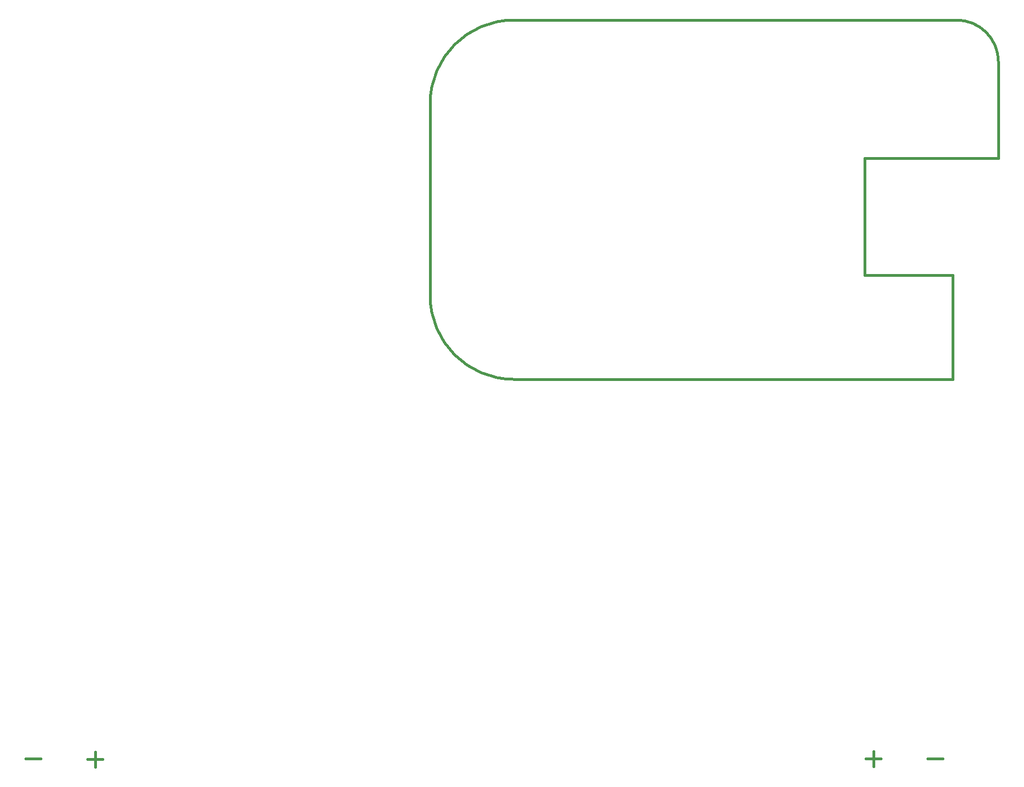
<source format=gbr>
G04 #@! TF.GenerationSoftware,KiCad,Pcbnew,(6.0.2)*
G04 #@! TF.CreationDate,2022-03-08T13:44:08-05:00*
G04 #@! TF.ProjectId,BBB_16,4242425f-3136-42e6-9b69-6361645f7063,v2*
G04 #@! TF.SameCoordinates,Original*
G04 #@! TF.FileFunction,Legend,Bot*
G04 #@! TF.FilePolarity,Positive*
%FSLAX46Y46*%
G04 Gerber Fmt 4.6, Leading zero omitted, Abs format (unit mm)*
G04 Created by KiCad (PCBNEW (6.0.2)) date 2022-03-08 13:44:08*
%MOMM*%
%LPD*%
G01*
G04 APERTURE LIST*
%ADD10C,0.400000*%
%ADD11C,0.381000*%
G04 APERTURE END LIST*
D10*
X74824142Y-150085514D02*
X77109857Y-150085514D01*
X84224142Y-150185514D02*
X86509857Y-150185514D01*
X85367000Y-149042657D02*
X85367000Y-151328371D01*
X211924142Y-150085514D02*
X214209857Y-150085514D01*
X202524142Y-150085514D02*
X204809857Y-150085514D01*
X203667000Y-148942657D02*
X203667000Y-151228371D01*
D11*
X222647000Y-44144800D02*
G75*
G03*
X216297000Y-37794800I-6350000J0D01*
G01*
X148987000Y-37794800D02*
G75*
G03*
X136287000Y-50494800I0J-12700000D01*
G01*
X136287000Y-79704800D02*
G75*
G03*
X148987000Y-92404800I12700000J0D01*
G01*
X215662000Y-76910800D02*
X215662000Y-76529800D01*
X202327000Y-76529800D02*
X202327000Y-58749800D01*
X222647000Y-58749800D02*
X222647000Y-58368800D01*
X148987000Y-92404800D02*
X215662000Y-92404800D01*
X215662000Y-92404800D02*
X215662000Y-76910800D01*
X222647000Y-58368800D02*
X222647000Y-45414800D01*
X222647000Y-44144800D02*
X222647000Y-45414800D01*
X136287000Y-50494800D02*
X136287000Y-79704800D01*
X215662000Y-76529800D02*
X202327000Y-76529800D01*
X148987000Y-37794800D02*
X216297000Y-37794800D01*
X202327000Y-58749800D02*
X222647000Y-58749800D01*
M02*

</source>
